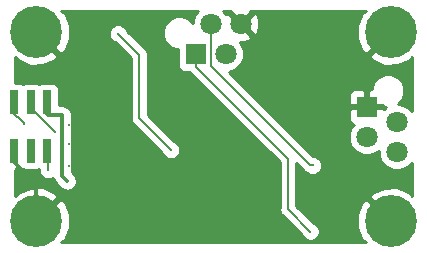
<source format=gbr>
G04 #@! TF.GenerationSoftware,KiCad,Pcbnew,5.0.2-bee76a0~70~ubuntu18.04.1*
G04 #@! TF.CreationDate,2020-01-13T19:18:57+01:00*
G04 #@! TF.ProjectId,roboy_sno,726f626f-795f-4736-9e6f-2e6b69636164,rev?*
G04 #@! TF.SameCoordinates,Original*
G04 #@! TF.FileFunction,Copper,L2,Bot*
G04 #@! TF.FilePolarity,Positive*
%FSLAX46Y46*%
G04 Gerber Fmt 4.6, Leading zero omitted, Abs format (unit mm)*
G04 Created by KiCad (PCBNEW 5.0.2-bee76a0~70~ubuntu18.04.1) date Mo 13 Jan 2020 19:18:57 CET*
%MOMM*%
%LPD*%
G01*
G04 APERTURE LIST*
G04 #@! TA.AperFunction,SMDPad,CuDef*
%ADD10R,0.700000X2.000000*%
G04 #@! TD*
G04 #@! TA.AperFunction,ComponentPad*
%ADD11C,4.400000*%
G04 #@! TD*
G04 #@! TA.AperFunction,ComponentPad*
%ADD12R,1.800000X1.800000*%
G04 #@! TD*
G04 #@! TA.AperFunction,ComponentPad*
%ADD13C,1.800000*%
G04 #@! TD*
G04 #@! TA.AperFunction,ViaPad*
%ADD14C,0.301000*%
G04 #@! TD*
G04 #@! TA.AperFunction,Conductor*
%ADD15C,0.304800*%
G04 #@! TD*
G04 #@! TA.AperFunction,Conductor*
%ADD16C,0.152400*%
G04 #@! TD*
G04 #@! TA.AperFunction,Conductor*
%ADD17C,0.254000*%
G04 #@! TD*
G04 APERTURE END LIST*
D10*
G04 #@! TO.P,J4,1*
G04 #@! TO.N,E0*
X106630000Y-128450000D03*
G04 #@! TO.P,J4,2*
G04 #@! TO.N,E1*
X108030000Y-128450000D03*
G04 #@! TO.P,J4,3*
G04 #@! TO.N,+3V3*
X109430000Y-128450000D03*
G04 #@! TO.P,J4,4*
G04 #@! TO.N,Net-(J4-Pad4)*
X109430000Y-132550000D03*
G04 #@! TO.P,J4,6*
G04 #@! TO.N,GND*
X106630000Y-132550000D03*
G04 #@! TO.P,J4,5*
G04 #@! TO.N,Net-(J4-Pad5)*
X108030000Y-132550000D03*
G04 #@! TD*
D11*
G04 #@! TO.P,H1,1*
G04 #@! TO.N,GND*
X138500000Y-122500000D03*
G04 #@! TD*
G04 #@! TO.P,H2,1*
G04 #@! TO.N,GND*
X108500000Y-122500000D03*
G04 #@! TD*
D12*
G04 #@! TO.P,J3,1*
G04 #@! TO.N,GND*
X136480000Y-128845000D03*
D13*
G04 #@! TO.P,J3,2*
G04 #@! TO.N,+5V*
X139020000Y-130115000D03*
G04 #@! TO.P,J3,3*
G04 #@! TO.N,TXD*
X136480000Y-131385000D03*
G04 #@! TO.P,J3,4*
G04 #@! TO.N,RXD*
X139020000Y-132655000D03*
G04 #@! TD*
D12*
G04 #@! TO.P,J2,1*
G04 #@! TO.N,MOTOR_SENSE*
X121995000Y-124370000D03*
D13*
G04 #@! TO.P,J2,2*
G04 #@! TO.N,MOTOR*
X123265000Y-121830000D03*
G04 #@! TO.P,J2,3*
G04 #@! TO.N,+5V*
X124535000Y-124370000D03*
G04 #@! TO.P,J2,4*
G04 #@! TO.N,GND*
X125805000Y-121830000D03*
G04 #@! TD*
D11*
G04 #@! TO.P,H6,1*
G04 #@! TO.N,GND*
X108500000Y-138500000D03*
G04 #@! TD*
G04 #@! TO.P,H7,1*
G04 #@! TO.N,GND*
X138500000Y-138500000D03*
G04 #@! TD*
D14*
G04 #@! TO.N,GND*
X115900000Y-126200000D03*
X119300000Y-125200000D03*
X128300000Y-124100000D03*
X111300000Y-131990000D03*
X111280000Y-130370000D03*
X111300000Y-133850000D03*
G04 #@! TO.N,MOTOR_SENSE*
X131700000Y-139400000D03*
G04 #@! TO.N,MOTOR*
X131900000Y-133800000D03*
G04 #@! TO.N,Net-(SW2-Pad2)*
X119900000Y-132500000D03*
X115430000Y-122640000D03*
G04 #@! TO.N,+3V3*
X110700000Y-129500000D03*
X111130000Y-135150000D03*
G04 #@! TO.N,Net-(J4-Pad4)*
X109470000Y-134190000D03*
G04 #@! TO.N,E1*
X110060000Y-130930000D03*
G04 #@! TO.N,E0*
X107470000Y-130250000D03*
G04 #@! TD*
D15*
G04 #@! TO.N,GND*
X108500000Y-135388731D02*
X108500000Y-138500000D01*
X106630000Y-133518731D02*
X108500000Y-135388731D01*
X106630000Y-132050000D02*
X106630000Y-133518731D01*
D16*
G04 #@! TO.N,MOTOR_SENSE*
X121995000Y-125422400D02*
X129800000Y-133227400D01*
X121995000Y-124370000D02*
X121995000Y-125422400D01*
X129800000Y-133227400D02*
X129800000Y-137500000D01*
X129800000Y-137500000D02*
X131700000Y-139400000D01*
G04 #@! TO.N,MOTOR*
X123265000Y-121830000D02*
X123265000Y-125365000D01*
X123265000Y-125365000D02*
X131700000Y-133800000D01*
X131700000Y-133800000D02*
X131900000Y-133800000D01*
G04 #@! TO.N,Net-(SW2-Pad2)*
X119900000Y-132500000D02*
X117200000Y-129800000D01*
X117200000Y-124410000D02*
X117200000Y-129800000D01*
X115430000Y-122640000D02*
X117200000Y-124410000D01*
D15*
G04 #@! TO.N,+3V3*
X109480000Y-129500000D02*
X109430000Y-129450000D01*
X110700000Y-129500000D02*
X109480000Y-129500000D01*
X110700000Y-129500000D02*
X110700000Y-134720000D01*
X110700000Y-134720000D02*
X111130000Y-135150000D01*
D16*
G04 #@! TO.N,Net-(J4-Pad4)*
X109470000Y-132090000D02*
X109430000Y-132050000D01*
X109470000Y-134190000D02*
X109470000Y-132090000D01*
G04 #@! TO.N,E1*
X108030000Y-128950000D02*
X108210000Y-128950000D01*
X108030000Y-128950000D02*
X108080000Y-128950000D01*
X108080000Y-128950000D02*
X110060000Y-130930000D01*
G04 #@! TO.N,E0*
X106900000Y-129720000D02*
X106630000Y-129450000D01*
X106900000Y-129720000D02*
X106960000Y-129720000D01*
X106960000Y-129720000D02*
X107470000Y-130230000D01*
X107470000Y-130230000D02*
X107470000Y-130250000D01*
G04 #@! TD*
D17*
G04 #@! TO.N,GND*
G36*
X121963690Y-120960493D02*
X121730000Y-121524670D01*
X121730000Y-121746243D01*
X121379568Y-121395811D01*
X120870504Y-121184950D01*
X120319496Y-121184950D01*
X119810432Y-121395811D01*
X119420811Y-121785432D01*
X119209950Y-122294496D01*
X119209950Y-122845504D01*
X119420811Y-123354568D01*
X119810432Y-123744189D01*
X120319496Y-123955050D01*
X120447560Y-123955050D01*
X120447560Y-125270000D01*
X120496843Y-125517765D01*
X120637191Y-125727809D01*
X120847235Y-125868157D01*
X121095000Y-125917440D01*
X121470424Y-125917440D01*
X121482255Y-125935146D01*
X121541634Y-125974822D01*
X129088800Y-133521989D01*
X129088801Y-137429954D01*
X129074868Y-137500000D01*
X129130065Y-137777496D01*
X129247576Y-137953364D01*
X129247579Y-137953367D01*
X129287255Y-138012746D01*
X129346634Y-138052422D01*
X130959785Y-139665574D01*
X131034085Y-139844950D01*
X131255050Y-140065915D01*
X131543754Y-140185500D01*
X131856246Y-140185500D01*
X132144950Y-140065915D01*
X132365915Y-139844950D01*
X132485500Y-139556246D01*
X132485500Y-139243754D01*
X132365915Y-138955050D01*
X132144950Y-138734085D01*
X131965574Y-138659785D01*
X130511200Y-137205412D01*
X130511200Y-133616989D01*
X131147578Y-134253367D01*
X131187254Y-134312746D01*
X131246633Y-134352422D01*
X131246635Y-134352424D01*
X131422502Y-134469935D01*
X131422503Y-134469935D01*
X131422504Y-134469936D01*
X131503794Y-134486105D01*
X131743754Y-134585500D01*
X132056246Y-134585500D01*
X132344950Y-134465915D01*
X132565915Y-134244950D01*
X132685500Y-133956246D01*
X132685500Y-133643754D01*
X132565915Y-133355050D01*
X132344950Y-133134085D01*
X132056246Y-133014500D01*
X131920289Y-133014500D01*
X126724479Y-127818690D01*
X134945000Y-127818690D01*
X134945000Y-128559250D01*
X135103750Y-128718000D01*
X136353000Y-128718000D01*
X136353000Y-127468750D01*
X136194250Y-127310000D01*
X135453691Y-127310000D01*
X135220302Y-127406673D01*
X135041673Y-127585301D01*
X134945000Y-127818690D01*
X126724479Y-127818690D01*
X124810788Y-125905000D01*
X124840330Y-125905000D01*
X125404507Y-125671310D01*
X125836310Y-125239507D01*
X126070000Y-124675330D01*
X126070000Y-124064670D01*
X125836310Y-123500493D01*
X125706313Y-123370496D01*
X126174460Y-123350839D01*
X126619148Y-123166643D01*
X126705554Y-122910159D01*
X125805000Y-122009605D01*
X125790858Y-122023748D01*
X125611253Y-121844143D01*
X125625395Y-121830000D01*
X125984605Y-121830000D01*
X126885159Y-122730554D01*
X127141643Y-122644148D01*
X127351458Y-122070664D01*
X127325839Y-121460540D01*
X127141643Y-121015852D01*
X126885159Y-120929446D01*
X125984605Y-121830000D01*
X125625395Y-121830000D01*
X124724841Y-120929446D01*
X124574438Y-120980115D01*
X124566310Y-120960493D01*
X124315817Y-120710000D01*
X124917868Y-120710000D01*
X124904446Y-120749841D01*
X125805000Y-121650395D01*
X126705554Y-120749841D01*
X126692132Y-120710000D01*
X136401122Y-120710000D01*
X136089112Y-120905368D01*
X135662391Y-121949360D01*
X135667670Y-123077181D01*
X136089112Y-124094632D01*
X136480618Y-124339777D01*
X138320395Y-122500000D01*
X138306253Y-122485858D01*
X138485858Y-122306253D01*
X138500000Y-122320395D01*
X138514143Y-122306253D01*
X138693748Y-122485858D01*
X138679605Y-122500000D01*
X138693748Y-122514143D01*
X138514143Y-122693748D01*
X138500000Y-122679605D01*
X136660223Y-124519382D01*
X136905368Y-124910888D01*
X137949360Y-125337609D01*
X139077181Y-125332330D01*
X140094632Y-124910888D01*
X140290001Y-124598877D01*
X140290001Y-129214184D01*
X139889507Y-128813690D01*
X139325330Y-128580000D01*
X139103757Y-128580000D01*
X139454189Y-128229568D01*
X139665050Y-127720504D01*
X139665050Y-127169496D01*
X139454189Y-126660432D01*
X139064568Y-126270811D01*
X138555504Y-126059950D01*
X138004496Y-126059950D01*
X137495432Y-126270811D01*
X137105811Y-126660432D01*
X136894950Y-127169496D01*
X136894950Y-127310000D01*
X136765750Y-127310000D01*
X136607000Y-127468750D01*
X136607000Y-128718000D01*
X137733983Y-128718000D01*
X138004496Y-128830050D01*
X138134133Y-128830050D01*
X137924217Y-129039967D01*
X137856250Y-128972000D01*
X136607000Y-128972000D01*
X136607000Y-128992000D01*
X136353000Y-128992000D01*
X136353000Y-128972000D01*
X135103750Y-128972000D01*
X134945000Y-129130750D01*
X134945000Y-129871310D01*
X135041673Y-130104699D01*
X135220302Y-130283327D01*
X135355044Y-130339139D01*
X135178690Y-130515493D01*
X134945000Y-131079670D01*
X134945000Y-131690330D01*
X135178690Y-132254507D01*
X135610493Y-132686310D01*
X136174670Y-132920000D01*
X136785330Y-132920000D01*
X137349507Y-132686310D01*
X137485000Y-132550817D01*
X137485000Y-132960330D01*
X137718690Y-133524507D01*
X138150493Y-133956310D01*
X138714670Y-134190000D01*
X139325330Y-134190000D01*
X139889507Y-133956310D01*
X140290000Y-133555817D01*
X140290000Y-136401123D01*
X140094632Y-136089112D01*
X139050640Y-135662391D01*
X137922819Y-135667670D01*
X136905368Y-136089112D01*
X136660223Y-136480618D01*
X138500000Y-138320395D01*
X138514143Y-138306253D01*
X138693748Y-138485858D01*
X138679605Y-138500000D01*
X138693748Y-138514143D01*
X138514143Y-138693748D01*
X138500000Y-138679605D01*
X138485858Y-138693748D01*
X138306253Y-138514143D01*
X138320395Y-138500000D01*
X136480618Y-136660223D01*
X136089112Y-136905368D01*
X135662391Y-137949360D01*
X135667670Y-139077181D01*
X136089112Y-140094632D01*
X136401122Y-140290000D01*
X110598878Y-140290000D01*
X110910888Y-140094632D01*
X111337609Y-139050640D01*
X111332330Y-137922819D01*
X110910888Y-136905368D01*
X110519382Y-136660223D01*
X108679605Y-138500000D01*
X108693748Y-138514143D01*
X108514143Y-138693748D01*
X108500000Y-138679605D01*
X108485858Y-138693748D01*
X108306253Y-138514143D01*
X108320395Y-138500000D01*
X108306253Y-138485858D01*
X108485858Y-138306253D01*
X108500000Y-138320395D01*
X110339777Y-136480618D01*
X110094632Y-136089112D01*
X109050640Y-135662391D01*
X107922819Y-135667670D01*
X106905368Y-136089112D01*
X106710000Y-136401122D01*
X106710000Y-134185000D01*
X106757002Y-134185000D01*
X106757002Y-134026252D01*
X106915750Y-134185000D01*
X107106310Y-134185000D01*
X107339699Y-134088327D01*
X107340899Y-134087127D01*
X107432235Y-134148157D01*
X107680000Y-134197440D01*
X108380000Y-134197440D01*
X108627765Y-134148157D01*
X108684500Y-134110248D01*
X108684500Y-134346246D01*
X108804085Y-134634950D01*
X109025050Y-134855915D01*
X109313754Y-134975500D01*
X109626246Y-134975500D01*
X109914950Y-134855915D01*
X109922673Y-134848192D01*
X109935989Y-134915133D01*
X109958286Y-135027228D01*
X110132317Y-135287684D01*
X110198063Y-135331614D01*
X110628062Y-135761613D01*
X110636157Y-135767022D01*
X110685050Y-135815915D01*
X110748931Y-135842375D01*
X110822771Y-135891714D01*
X110909874Y-135909040D01*
X110973754Y-135935500D01*
X111042897Y-135935500D01*
X111130000Y-135952826D01*
X111217103Y-135935500D01*
X111286246Y-135935500D01*
X111350127Y-135909040D01*
X111437228Y-135891714D01*
X111511067Y-135842376D01*
X111574950Y-135815915D01*
X111623845Y-135767020D01*
X111697683Y-135717683D01*
X111747020Y-135643845D01*
X111795915Y-135594950D01*
X111822376Y-135531067D01*
X111871714Y-135457228D01*
X111889040Y-135370127D01*
X111915500Y-135306246D01*
X111915500Y-135237103D01*
X111932826Y-135150000D01*
X111915500Y-135062897D01*
X111915500Y-134993754D01*
X111889040Y-134929874D01*
X111871714Y-134842771D01*
X111822375Y-134768931D01*
X111795915Y-134705050D01*
X111747022Y-134656157D01*
X111741613Y-134648062D01*
X111487400Y-134393849D01*
X111487400Y-129577552D01*
X111502826Y-129500000D01*
X111485500Y-129412896D01*
X111485500Y-129343754D01*
X111459041Y-129279876D01*
X111441715Y-129192772D01*
X111392374Y-129118928D01*
X111365915Y-129055050D01*
X111317025Y-129006160D01*
X111267684Y-128932316D01*
X111193840Y-128882975D01*
X111144950Y-128834085D01*
X111081072Y-128807626D01*
X111007228Y-128758285D01*
X110920124Y-128740959D01*
X110856246Y-128714500D01*
X110787104Y-128714500D01*
X110777552Y-128712600D01*
X110700000Y-128697174D01*
X110622448Y-128712600D01*
X110427440Y-128712600D01*
X110427440Y-127450000D01*
X110378157Y-127202235D01*
X110237809Y-126992191D01*
X110027765Y-126851843D01*
X109780000Y-126802560D01*
X109080000Y-126802560D01*
X108832235Y-126851843D01*
X108730000Y-126920155D01*
X108627765Y-126851843D01*
X108380000Y-126802560D01*
X107680000Y-126802560D01*
X107432235Y-126851843D01*
X107330000Y-126920155D01*
X107227765Y-126851843D01*
X106980000Y-126802560D01*
X106710000Y-126802560D01*
X106710000Y-124598878D01*
X106905368Y-124910888D01*
X107949360Y-125337609D01*
X109077181Y-125332330D01*
X110094632Y-124910888D01*
X110339777Y-124519382D01*
X108500000Y-122679605D01*
X108485858Y-122693748D01*
X108306253Y-122514143D01*
X108320395Y-122500000D01*
X108306253Y-122485858D01*
X108485858Y-122306253D01*
X108500000Y-122320395D01*
X108514143Y-122306253D01*
X108693748Y-122485858D01*
X108679605Y-122500000D01*
X110519382Y-124339777D01*
X110910888Y-124094632D01*
X111337609Y-123050640D01*
X111334956Y-122483754D01*
X114644500Y-122483754D01*
X114644500Y-122796246D01*
X114764085Y-123084950D01*
X114985050Y-123305915D01*
X115164427Y-123380215D01*
X116488800Y-124704589D01*
X116488801Y-129729954D01*
X116474868Y-129800000D01*
X116530065Y-130077496D01*
X116647576Y-130253364D01*
X116647579Y-130253367D01*
X116687255Y-130312746D01*
X116746634Y-130352422D01*
X119159785Y-132765574D01*
X119234085Y-132944950D01*
X119455050Y-133165915D01*
X119743754Y-133285500D01*
X120056246Y-133285500D01*
X120344950Y-133165915D01*
X120565915Y-132944950D01*
X120685500Y-132656246D01*
X120685500Y-132343754D01*
X120565915Y-132055050D01*
X120344950Y-131834085D01*
X120165574Y-131759785D01*
X117911200Y-129505412D01*
X117911200Y-124480041D01*
X117925132Y-124409999D01*
X117911200Y-124339958D01*
X117911200Y-124339954D01*
X117869936Y-124132504D01*
X117843209Y-124092504D01*
X117752424Y-123956635D01*
X117752420Y-123956631D01*
X117712745Y-123897254D01*
X117653369Y-123857580D01*
X116170215Y-122374427D01*
X116095915Y-122195050D01*
X115874950Y-121974085D01*
X115586246Y-121854500D01*
X115273754Y-121854500D01*
X114985050Y-121974085D01*
X114764085Y-122195050D01*
X114644500Y-122483754D01*
X111334956Y-122483754D01*
X111332330Y-121922819D01*
X110910888Y-120905368D01*
X110598878Y-120710000D01*
X122214183Y-120710000D01*
X121963690Y-120960493D01*
X121963690Y-120960493D01*
G37*
X121963690Y-120960493D02*
X121730000Y-121524670D01*
X121730000Y-121746243D01*
X121379568Y-121395811D01*
X120870504Y-121184950D01*
X120319496Y-121184950D01*
X119810432Y-121395811D01*
X119420811Y-121785432D01*
X119209950Y-122294496D01*
X119209950Y-122845504D01*
X119420811Y-123354568D01*
X119810432Y-123744189D01*
X120319496Y-123955050D01*
X120447560Y-123955050D01*
X120447560Y-125270000D01*
X120496843Y-125517765D01*
X120637191Y-125727809D01*
X120847235Y-125868157D01*
X121095000Y-125917440D01*
X121470424Y-125917440D01*
X121482255Y-125935146D01*
X121541634Y-125974822D01*
X129088800Y-133521989D01*
X129088801Y-137429954D01*
X129074868Y-137500000D01*
X129130065Y-137777496D01*
X129247576Y-137953364D01*
X129247579Y-137953367D01*
X129287255Y-138012746D01*
X129346634Y-138052422D01*
X130959785Y-139665574D01*
X131034085Y-139844950D01*
X131255050Y-140065915D01*
X131543754Y-140185500D01*
X131856246Y-140185500D01*
X132144950Y-140065915D01*
X132365915Y-139844950D01*
X132485500Y-139556246D01*
X132485500Y-139243754D01*
X132365915Y-138955050D01*
X132144950Y-138734085D01*
X131965574Y-138659785D01*
X130511200Y-137205412D01*
X130511200Y-133616989D01*
X131147578Y-134253367D01*
X131187254Y-134312746D01*
X131246633Y-134352422D01*
X131246635Y-134352424D01*
X131422502Y-134469935D01*
X131422503Y-134469935D01*
X131422504Y-134469936D01*
X131503794Y-134486105D01*
X131743754Y-134585500D01*
X132056246Y-134585500D01*
X132344950Y-134465915D01*
X132565915Y-134244950D01*
X132685500Y-133956246D01*
X132685500Y-133643754D01*
X132565915Y-133355050D01*
X132344950Y-133134085D01*
X132056246Y-133014500D01*
X131920289Y-133014500D01*
X126724479Y-127818690D01*
X134945000Y-127818690D01*
X134945000Y-128559250D01*
X135103750Y-128718000D01*
X136353000Y-128718000D01*
X136353000Y-127468750D01*
X136194250Y-127310000D01*
X135453691Y-127310000D01*
X135220302Y-127406673D01*
X135041673Y-127585301D01*
X134945000Y-127818690D01*
X126724479Y-127818690D01*
X124810788Y-125905000D01*
X124840330Y-125905000D01*
X125404507Y-125671310D01*
X125836310Y-125239507D01*
X126070000Y-124675330D01*
X126070000Y-124064670D01*
X125836310Y-123500493D01*
X125706313Y-123370496D01*
X126174460Y-123350839D01*
X126619148Y-123166643D01*
X126705554Y-122910159D01*
X125805000Y-122009605D01*
X125790858Y-122023748D01*
X125611253Y-121844143D01*
X125625395Y-121830000D01*
X125984605Y-121830000D01*
X126885159Y-122730554D01*
X127141643Y-122644148D01*
X127351458Y-122070664D01*
X127325839Y-121460540D01*
X127141643Y-121015852D01*
X126885159Y-120929446D01*
X125984605Y-121830000D01*
X125625395Y-121830000D01*
X124724841Y-120929446D01*
X124574438Y-120980115D01*
X124566310Y-120960493D01*
X124315817Y-120710000D01*
X124917868Y-120710000D01*
X124904446Y-120749841D01*
X125805000Y-121650395D01*
X126705554Y-120749841D01*
X126692132Y-120710000D01*
X136401122Y-120710000D01*
X136089112Y-120905368D01*
X135662391Y-121949360D01*
X135667670Y-123077181D01*
X136089112Y-124094632D01*
X136480618Y-124339777D01*
X138320395Y-122500000D01*
X138306253Y-122485858D01*
X138485858Y-122306253D01*
X138500000Y-122320395D01*
X138514143Y-122306253D01*
X138693748Y-122485858D01*
X138679605Y-122500000D01*
X138693748Y-122514143D01*
X138514143Y-122693748D01*
X138500000Y-122679605D01*
X136660223Y-124519382D01*
X136905368Y-124910888D01*
X137949360Y-125337609D01*
X139077181Y-125332330D01*
X140094632Y-124910888D01*
X140290001Y-124598877D01*
X140290001Y-129214184D01*
X139889507Y-128813690D01*
X139325330Y-128580000D01*
X139103757Y-128580000D01*
X139454189Y-128229568D01*
X139665050Y-127720504D01*
X139665050Y-127169496D01*
X139454189Y-126660432D01*
X139064568Y-126270811D01*
X138555504Y-126059950D01*
X138004496Y-126059950D01*
X137495432Y-126270811D01*
X137105811Y-126660432D01*
X136894950Y-127169496D01*
X136894950Y-127310000D01*
X136765750Y-127310000D01*
X136607000Y-127468750D01*
X136607000Y-128718000D01*
X137733983Y-128718000D01*
X138004496Y-128830050D01*
X138134133Y-128830050D01*
X137924217Y-129039967D01*
X137856250Y-128972000D01*
X136607000Y-128972000D01*
X136607000Y-128992000D01*
X136353000Y-128992000D01*
X136353000Y-128972000D01*
X135103750Y-128972000D01*
X134945000Y-129130750D01*
X134945000Y-129871310D01*
X135041673Y-130104699D01*
X135220302Y-130283327D01*
X135355044Y-130339139D01*
X135178690Y-130515493D01*
X134945000Y-131079670D01*
X134945000Y-131690330D01*
X135178690Y-132254507D01*
X135610493Y-132686310D01*
X136174670Y-132920000D01*
X136785330Y-132920000D01*
X137349507Y-132686310D01*
X137485000Y-132550817D01*
X137485000Y-132960330D01*
X137718690Y-133524507D01*
X138150493Y-133956310D01*
X138714670Y-134190000D01*
X139325330Y-134190000D01*
X139889507Y-133956310D01*
X140290000Y-133555817D01*
X140290000Y-136401123D01*
X140094632Y-136089112D01*
X139050640Y-135662391D01*
X137922819Y-135667670D01*
X136905368Y-136089112D01*
X136660223Y-136480618D01*
X138500000Y-138320395D01*
X138514143Y-138306253D01*
X138693748Y-138485858D01*
X138679605Y-138500000D01*
X138693748Y-138514143D01*
X138514143Y-138693748D01*
X138500000Y-138679605D01*
X138485858Y-138693748D01*
X138306253Y-138514143D01*
X138320395Y-138500000D01*
X136480618Y-136660223D01*
X136089112Y-136905368D01*
X135662391Y-137949360D01*
X135667670Y-139077181D01*
X136089112Y-140094632D01*
X136401122Y-140290000D01*
X110598878Y-140290000D01*
X110910888Y-140094632D01*
X111337609Y-139050640D01*
X111332330Y-137922819D01*
X110910888Y-136905368D01*
X110519382Y-136660223D01*
X108679605Y-138500000D01*
X108693748Y-138514143D01*
X108514143Y-138693748D01*
X108500000Y-138679605D01*
X108485858Y-138693748D01*
X108306253Y-138514143D01*
X108320395Y-138500000D01*
X108306253Y-138485858D01*
X108485858Y-138306253D01*
X108500000Y-138320395D01*
X110339777Y-136480618D01*
X110094632Y-136089112D01*
X109050640Y-135662391D01*
X107922819Y-135667670D01*
X106905368Y-136089112D01*
X106710000Y-136401122D01*
X106710000Y-134185000D01*
X106757002Y-134185000D01*
X106757002Y-134026252D01*
X106915750Y-134185000D01*
X107106310Y-134185000D01*
X107339699Y-134088327D01*
X107340899Y-134087127D01*
X107432235Y-134148157D01*
X107680000Y-134197440D01*
X108380000Y-134197440D01*
X108627765Y-134148157D01*
X108684500Y-134110248D01*
X108684500Y-134346246D01*
X108804085Y-134634950D01*
X109025050Y-134855915D01*
X109313754Y-134975500D01*
X109626246Y-134975500D01*
X109914950Y-134855915D01*
X109922673Y-134848192D01*
X109935989Y-134915133D01*
X109958286Y-135027228D01*
X110132317Y-135287684D01*
X110198063Y-135331614D01*
X110628062Y-135761613D01*
X110636157Y-135767022D01*
X110685050Y-135815915D01*
X110748931Y-135842375D01*
X110822771Y-135891714D01*
X110909874Y-135909040D01*
X110973754Y-135935500D01*
X111042897Y-135935500D01*
X111130000Y-135952826D01*
X111217103Y-135935500D01*
X111286246Y-135935500D01*
X111350127Y-135909040D01*
X111437228Y-135891714D01*
X111511067Y-135842376D01*
X111574950Y-135815915D01*
X111623845Y-135767020D01*
X111697683Y-135717683D01*
X111747020Y-135643845D01*
X111795915Y-135594950D01*
X111822376Y-135531067D01*
X111871714Y-135457228D01*
X111889040Y-135370127D01*
X111915500Y-135306246D01*
X111915500Y-135237103D01*
X111932826Y-135150000D01*
X111915500Y-135062897D01*
X111915500Y-134993754D01*
X111889040Y-134929874D01*
X111871714Y-134842771D01*
X111822375Y-134768931D01*
X111795915Y-134705050D01*
X111747022Y-134656157D01*
X111741613Y-134648062D01*
X111487400Y-134393849D01*
X111487400Y-129577552D01*
X111502826Y-129500000D01*
X111485500Y-129412896D01*
X111485500Y-129343754D01*
X111459041Y-129279876D01*
X111441715Y-129192772D01*
X111392374Y-129118928D01*
X111365915Y-129055050D01*
X111317025Y-129006160D01*
X111267684Y-128932316D01*
X111193840Y-128882975D01*
X111144950Y-128834085D01*
X111081072Y-128807626D01*
X111007228Y-128758285D01*
X110920124Y-128740959D01*
X110856246Y-128714500D01*
X110787104Y-128714500D01*
X110777552Y-128712600D01*
X110700000Y-128697174D01*
X110622448Y-128712600D01*
X110427440Y-128712600D01*
X110427440Y-127450000D01*
X110378157Y-127202235D01*
X110237809Y-126992191D01*
X110027765Y-126851843D01*
X109780000Y-126802560D01*
X109080000Y-126802560D01*
X108832235Y-126851843D01*
X108730000Y-126920155D01*
X108627765Y-126851843D01*
X108380000Y-126802560D01*
X107680000Y-126802560D01*
X107432235Y-126851843D01*
X107330000Y-126920155D01*
X107227765Y-126851843D01*
X106980000Y-126802560D01*
X106710000Y-126802560D01*
X106710000Y-124598878D01*
X106905368Y-124910888D01*
X107949360Y-125337609D01*
X109077181Y-125332330D01*
X110094632Y-124910888D01*
X110339777Y-124519382D01*
X108500000Y-122679605D01*
X108485858Y-122693748D01*
X108306253Y-122514143D01*
X108320395Y-122500000D01*
X108306253Y-122485858D01*
X108485858Y-122306253D01*
X108500000Y-122320395D01*
X108514143Y-122306253D01*
X108693748Y-122485858D01*
X108679605Y-122500000D01*
X110519382Y-124339777D01*
X110910888Y-124094632D01*
X111337609Y-123050640D01*
X111334956Y-122483754D01*
X114644500Y-122483754D01*
X114644500Y-122796246D01*
X114764085Y-123084950D01*
X114985050Y-123305915D01*
X115164427Y-123380215D01*
X116488800Y-124704589D01*
X116488801Y-129729954D01*
X116474868Y-129800000D01*
X116530065Y-130077496D01*
X116647576Y-130253364D01*
X116647579Y-130253367D01*
X116687255Y-130312746D01*
X116746634Y-130352422D01*
X119159785Y-132765574D01*
X119234085Y-132944950D01*
X119455050Y-133165915D01*
X119743754Y-133285500D01*
X120056246Y-133285500D01*
X120344950Y-133165915D01*
X120565915Y-132944950D01*
X120685500Y-132656246D01*
X120685500Y-132343754D01*
X120565915Y-132055050D01*
X120344950Y-131834085D01*
X120165574Y-131759785D01*
X117911200Y-129505412D01*
X117911200Y-124480041D01*
X117925132Y-124409999D01*
X117911200Y-124339958D01*
X117911200Y-124339954D01*
X117869936Y-124132504D01*
X117843209Y-124092504D01*
X117752424Y-123956635D01*
X117752420Y-123956631D01*
X117712745Y-123897254D01*
X117653369Y-123857580D01*
X116170215Y-122374427D01*
X116095915Y-122195050D01*
X115874950Y-121974085D01*
X115586246Y-121854500D01*
X115273754Y-121854500D01*
X114985050Y-121974085D01*
X114764085Y-122195050D01*
X114644500Y-122483754D01*
X111334956Y-122483754D01*
X111332330Y-121922819D01*
X110910888Y-120905368D01*
X110598878Y-120710000D01*
X122214183Y-120710000D01*
X121963690Y-120960493D01*
G36*
X106757000Y-132423000D02*
X106777000Y-132423000D01*
X106777000Y-132677000D01*
X106757000Y-132677000D01*
X106757000Y-132697000D01*
X106710000Y-132697000D01*
X106710000Y-132403000D01*
X106757000Y-132403000D01*
X106757000Y-132423000D01*
X106757000Y-132423000D01*
G37*
X106757000Y-132423000D02*
X106777000Y-132423000D01*
X106777000Y-132677000D01*
X106757000Y-132677000D01*
X106757000Y-132697000D01*
X106710000Y-132697000D01*
X106710000Y-132403000D01*
X106757000Y-132403000D01*
X106757000Y-132423000D01*
G04 #@! TD*
M02*

</source>
